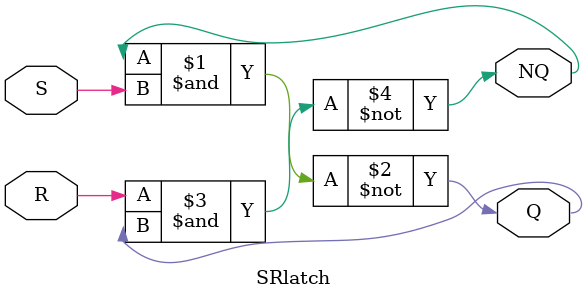
<source format=v>
`timescale 1ns / 1ps


module SRlatch(
input S,R,
output Q,NQ
    );
    
assign Q=~(NQ&S);
assign NQ=~(R&Q);


endmodule

</source>
